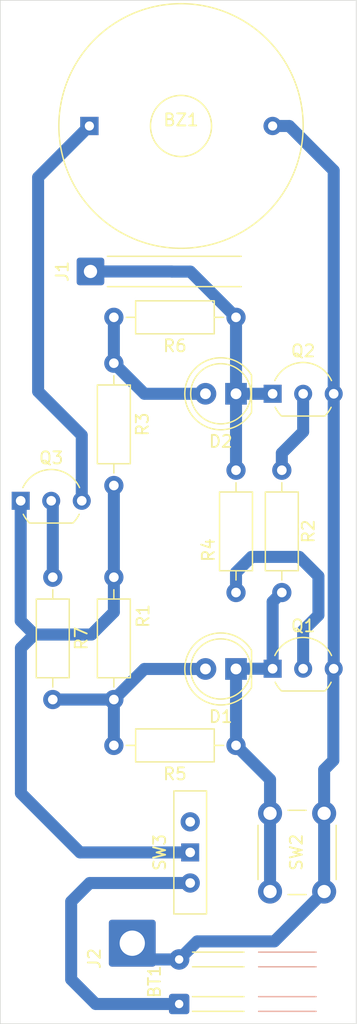
<source format=kicad_pcb>
(kicad_pcb (version 20240108) (generator "pcbnew") (generator_version "8.0")
  (layers (0 "F.Cu" signal) (31 "B.Cu" signal) (34 "B.Paste" user) (35 "F.Paste" user) (36 "B.SilkS" user "B.Silkscreen") (37 "F.SilkS" user "F.Silkscreen") (38 "B.Mask" user) (39 "F.Mask" user) (44 "Edge.Cuts" user))
  (net 0 "")
  (net 1 "Net-(BT1--)")
  (net 2 "Net-(BT1-+)")
  (net 3 "Net-(BZ1-+)")
  (net 4 "Net-(D1-K)")
  (net 5 "Net-(D1-A)")
  (net 6 "Net-(D2-A)")
  (net 7 "Net-(D2-K)")
  (net 8 "Net-(Q1-B)")
  (net 9 "Net-(Q2-B)")
  (net 10 "Net-(Q3-C)")
  (net 11 "Net-(Q3-B)")
  (footprint "Resistor_THT:R_Axial_DIN0207_L6.3mm_D2.5mm_P10.16mm_Horizontal" (layer "F.Cu") (at 120.78 83.84 -90)
    (property "Reference" "R2" (at 5.08 -2.2 90) (layer "F.SilkS"))
    (property "Value" "R")
    (fp_line (start 1.81 1.37) (end 8.35 1.37) (stroke (width 0.12)) (layer "F.SilkS"))
    (fp_line (start 8.35 1.37) (end 8.35 -1.37) (stroke (width 0.12)) (layer "F.SilkS"))
    (fp_line (start 1.04 0) (end 1.81 0) (stroke (width 0.12)) (layer "F.SilkS"))
    (fp_line (start 9.12 0) (end 8.35 0) (stroke (width 0.12)) (layer "F.SilkS"))
    (fp_line (start 1.81 -1.37) (end 1.81 1.37) (stroke (width 0.12)) (layer "F.SilkS"))
    (fp_line (start 8.35 -1.37) (end 1.81 -1.37) (stroke (width 0.12)) (layer "F.SilkS"))
    (pad "1" thru_hole circle (at 0 0 270) (size 1.6 1.6) (drill 0.8) (layers "*.Cu" "*.Mask") (net 9 "Net-(Q2-B)"))
    (pad "2" thru_hole oval (at 10.16 0 270) (size 1.6 1.6) (drill 0.8) (layers "*.Cu" "*.Mask") (net 4 "Net-(D1-K)"))
  )
  (footprint "Resistor_THT:R_Axial_DIN0207_L6.3mm_D2.5mm_P10.16mm_Horizontal" (layer "F.Cu") (at 116.97 71.14 180)
    (property "Reference" "R6" (at 5.08 -2.37 180) (layer "F.SilkS"))
    (property "Value" "R")
    (fp_line (start 9.12 0) (end 8.35 0) (stroke (width 0.12)) (layer "F.SilkS"))
    (fp_line (start 8.35 1.37) (end 8.35 -1.37) (stroke (width 0.12)) (layer "F.SilkS"))
    (fp_line (start 8.35 -1.37) (end 1.81 -1.37) (stroke (width 0.12)) (layer "F.SilkS"))
    (fp_line (start 1.81 1.37) (end 8.35 1.37) (stroke (width 0.12)) (layer "F.SilkS"))
    (fp_line (start 1.81 -1.37) (end 1.81 1.37) (stroke (width 0.12)) (layer "F.SilkS"))
    (fp_line (start 1.04 0) (end 1.81 0) (stroke (width 0.12)) (layer "F.SilkS"))
    (pad "1" thru_hole circle (at 0 0 180) (size 1.6 1.6) (drill 0.8) (layers "*.Cu" "*.Mask") (net 7 "Net-(D2-K)"))
    (pad "2" thru_hole oval (at 10.16 0 180) (size 1.6 1.6) (drill 0.8) (layers "*.Cu" "*.Mask") (net 6 "Net-(D2-A)"))
  )
  (footprint "Package_TO_SOT_THT:TO-92_Inline_Wide" (layer "F.Cu") (at 99.06 86.38)
    (property "Reference" "Q3" (at 2.54 -3.56 0) (layer "F.SilkS"))
    (property "Value" "BC547")
    (fp_line (start 0.74 1.85) (end 4.34 1.85) (stroke (width 0.12)) (layer "F.SilkS"))
    (fp_arc (start 0.1836 -1.098807) (mid 1.143021 -2.192817) (end 2.54 -2.6) (stroke (width 0.12)) (layer "F.SilkS"))
    (fp_arc (start 0.74 1.85) (mid 0.446097 1.509328) (end 0.215816 1.122795) (stroke (width 0.12)) (layer "F.SilkS"))
    (fp_arc (start 2.54 -2.6) (mid 3.936979 -2.192818) (end 4.8964 -1.098807) (stroke (width 0.12)) (layer "F.SilkS"))
    (fp_arc (start 4.864184 1.122795) (mid 4.633903 1.509328) (end 4.34 1.85) (stroke (width 0.12)) (layer "F.SilkS"))
    (pad "1" thru_hole rect (at 0 0) (size 1.5 1.5) (drill 0.8) (layers "*.Cu" "*.Mask") (net 10 "Net-(Q3-C)"))
    (pad "2" thru_hole circle (at 2.54 0) (size 1.5 1.5) (drill 0.8) (layers "*.Cu" "*.Mask") (net 11 "Net-(Q3-B)"))
    (pad "3" thru_hole circle (at 5.08 0) (size 1.5 1.5) (drill 0.8) (layers "*.Cu" "*.Mask") (net 3 "Net-(BZ1-+)"))
  )
  (footprint "Button_Switch_THT:SW_PUSH_6mm" (layer "F.Cu") (at 124.3 112.34 -90)
    (property "Reference" "SW2" (at 3.24 2.31 90) (layer "F.SilkS"))
    (property "Value" "SW_DPST_x2")
    (fp_line (start 1 5.5) (end 5.5 5.5) (stroke (width 0.12)) (layer "F.SilkS"))
    (fp_line (start 6.75 3) (end 6.75 1.5) (stroke (width 0.12)) (layer "F.SilkS"))
    (fp_line (start -0.25 1.5) (end -0.25 3) (stroke (width 0.12)) (layer "F.SilkS"))
    (fp_line (start 5.5 -1) (end 1 -1) (stroke (width 0.12)) (layer "F.SilkS"))
    (pad "1" thru_hole circle (at 0 0) (size 2 2) (drill 1.1) (layers "*.Cu" "*.Mask") (net 1 "Net-(BT1--)"))
    (pad "1" thru_hole circle (at 6.5 0) (size 2 2) (drill 1.1) (layers "*.Cu" "*.Mask") (net 1 "Net-(BT1--)"))
    (pad "2" thru_hole circle (at 0 4.5) (size 2 2) (drill 1.1) (layers "*.Cu" "*.Mask") (net 4 "Net-(D1-K)"))
    (pad "2" thru_hole circle (at 6.5 4.5) (size 2 2) (drill 1.1) (layers "*.Cu" "*.Mask") (net 4 "Net-(D1-K)"))
  )
  (footprint "HTL_Saalfelden:BuzzerP_15,24" (layer "F.Cu") (at 112.395 55.245)
    (property "Reference" "BZ1" (at 0 -0.5 0) (layer "F.SilkS"))
    (property "Value" "Buzzer")
    (fp_circle (center 0 0) (end 2.54 0) (stroke (width 0.12)) (fill none) (layer "F.SilkS"))
    (fp_circle (center 0 0) (end 10.16 0) (stroke (width 0.12)) (fill none) (layer "F.SilkS"))
    (pad "1" thru_hole rect (at -7.62 0) (size 1.524 1.524) (drill 0.762) (layers "*.Cu" "*.Mask") (net 3 "Net-(BZ1-+)"))
    (pad "2" thru_hole circle (at 7.62 0) (size 1.524 1.524) (drill 0.762) (layers "*.Cu" "*.Mask") (net 1 "Net-(BT1--)"))
  )
  (footprint "Resistor_THT:R_Axial_DIN0207_L6.3mm_D2.5mm_P10.16mm_Horizontal" (layer "F.Cu") (at 116.97 106.7 180)
    (property "Reference" "R5" (at 5.08 -2.37 180) (layer "F.SilkS"))
    (property "Value" "R")
    (fp_line (start 9.12 0) (end 8.35 0) (stroke (width 0.12)) (layer "F.SilkS"))
    (fp_line (start 8.35 1.37) (end 8.35 -1.37) (stroke (width 0.12)) (layer "F.SilkS"))
    (fp_line (start 8.35 -1.37) (end 1.81 -1.37) (stroke (width 0.12)) (layer "F.SilkS"))
    (fp_line (start 1.81 1.37) (end 8.35 1.37) (stroke (width 0.12)) (layer "F.SilkS"))
    (fp_line (start 1.81 -1.37) (end 1.81 1.37) (stroke (width 0.12)) (layer "F.SilkS"))
    (fp_line (start 1.04 0) (end 1.81 0) (stroke (width 0.12)) (layer "F.SilkS"))
    (pad "1" thru_hole circle (at 0 0 180) (size 1.6 1.6) (drill 0.8) (layers "*.Cu" "*.Mask") (net 4 "Net-(D1-K)"))
    (pad "2" thru_hole oval (at 10.16 0 180) (size 1.6 1.6) (drill 0.8) (layers "*.Cu" "*.Mask") (net 5 "Net-(D1-A)"))
  )
  (footprint "Package_TO_SOT_THT:TO-92_Inline_Wide" (layer "F.Cu") (at 120.015 77.49)
    (property "Reference" "Q2" (at 2.54 -3.56 0) (layer "F.SilkS"))
    (property "Value" "BC547")
    (fp_line (start 0.74 1.85) (end 4.34 1.85) (stroke (width 0.12)) (layer "F.SilkS"))
    (fp_arc (start 0.1836 -1.098807) (mid 1.143021 -2.192817) (end 2.54 -2.6) (stroke (width 0.12)) (layer "F.SilkS"))
    (fp_arc (start 0.74 1.85) (mid 0.446097 1.509328) (end 0.215816 1.122795) (stroke (width 0.12)) (layer "F.SilkS"))
    (fp_arc (start 2.54 -2.6) (mid 3.936979 -2.192818) (end 4.8964 -1.098807) (stroke (width 0.12)) (layer "F.SilkS"))
    (fp_arc (start 4.864184 1.122795) (mid 4.633903 1.509328) (end 4.34 1.85) (stroke (width 0.12)) (layer "F.SilkS"))
    (pad "1" thru_hole rect (at 0 0) (size 1.5 1.5) (drill 0.8) (layers "*.Cu" "*.Mask") (net 7 "Net-(D2-K)"))
    (pad "2" thru_hole circle (at 2.54 0) (size 1.5 1.5) (drill 0.8) (layers "*.Cu" "*.Mask") (net 9 "Net-(Q2-B)"))
    (pad "3" thru_hole circle (at 5.08 0) (size 1.5 1.5) (drill 0.8) (layers "*.Cu" "*.Mask") (net 1 "Net-(BT1--)"))
  )
  (footprint "Connector_Wire:SolderWire-0.127sqmm_1x02_P3.7mm_D0.48mm_OD1mm_Relief2x" (layer "F.Cu") (at 112.24 128.18 90)
    (property "Reference" "BT1" (at 1.85 -2.05 -90) (layer "F.SilkS"))
    (property "Value" "Battery")
    (fp_line (start 4.31 6.61) (end 4.31 11.39) (stroke (width 0.12)) (layer "B.SilkS"))
    (fp_line (start 3.09 6.61) (end 3.09 11.39) (stroke (width 0.12)) (layer "B.SilkS"))
    (fp_line (start 0.61 6.61) (end 0.61 11.39) (stroke (width 0.12)) (layer "B.SilkS"))
    (fp_line (start -0.61 6.61) (end -0.61 11.39) (stroke (width 0.12)) (layer "B.SilkS"))
    (fp_line (start 4.31 1.11) (end 4.31 5.39) (stroke (width 0.12)) (layer "F.SilkS"))
    (fp_line (start 3.09 1.11) (end 3.09 5.39) (stroke (width 0.12)) (layer "F.SilkS"))
    (fp_line (start 0.61 1.11) (end 0.61 5.39) (stroke (width 0.12)) (layer "F.SilkS"))
    (fp_line (start -0.61 1.11) (end -0.61 5.39) (stroke (width 0.12)) (layer "F.SilkS"))
    (pad "" np_thru_hole circle (at 0 6 90) (size 1.5 1.5) (drill 1.5) (layers "*.Cu" "*.Mask"))
    (pad "" np_thru_hole circle (at 0 12 90) (size 1.5 1.5) (drill 1.5) (layers "*.Cu" "*.Mask"))
    (pad "" np_thru_hole circle (at 3.7 6 90) (size 1.5 1.5) (drill 1.5) (layers "*.Cu" "*.Mask"))
    (pad "" np_thru_hole circle (at 3.7 12 90) (size 1.5 1.5) (drill 1.5) (layers "*.Cu" "*.Mask"))
    (pad "1" thru_hole roundrect (at 0 0 90) (size 1.7 1.7) (drill 0.7) (layers "*.Cu" "*.Mask") (roundrect_rratio 0.147059) (net 2 "Net-(BT1-+)"))
    (pad "2" thru_hole circle (at 3.7 0 90) (size 1.7 1.7) (drill 0.7) (layers "*.Cu" "*.Mask") (net 1 "Net-(BT1--)"))
  )
  (footprint "Resistor_THT:R_Axial_DIN0207_L6.3mm_D2.5mm_P10.16mm_Horizontal" (layer "F.Cu") (at 116.97 83.84 -90)
    (property "Reference" "R4" (at 6.63 2.3 90) (layer "F.SilkS"))
    (property "Value" "R")
    (fp_line (start 1.81 1.37) (end 8.35 1.37) (stroke (width 0.12)) (layer "F.SilkS"))
    (fp_line (start 8.35 1.37) (end 8.35 -1.37) (stroke (width 0.12)) (layer "F.SilkS"))
    (fp_line (start 1.04 0) (end 1.81 0) (stroke (width 0.12)) (layer "F.SilkS"))
    (fp_line (start 9.12 0) (end 8.35 0) (stroke (width 0.12)) (layer "F.SilkS"))
    (fp_line (start 1.81 -1.37) (end 1.81 1.37) (stroke (width 0.12)) (layer "F.SilkS"))
    (fp_line (start 8.35 -1.37) (end 1.81 -1.37) (stroke (width 0.12)) (layer "F.SilkS"))
    (pad "1" thru_hole circle (at 0 0 270) (size 1.6 1.6) (drill 0.8) (layers "*.Cu" "*.Mask") (net 7 "Net-(D2-K)"))
    (pad "2" thru_hole oval (at 10.16 0 270) (size 1.6 1.6) (drill 0.8) (layers "*.Cu" "*.Mask") (net 8 "Net-(Q1-B)"))
  )
  (footprint "Resistor_THT:R_Axial_DIN0207_L6.3mm_D2.5mm_P10.16mm_Horizontal" (layer "F.Cu") (at 106.81 102.89 90)
    (property "Reference" "R1" (at 6.94 2.43 -90) (layer "F.SilkS"))
    (property "Value" "R")
    (fp_line (start 8.35 -1.37) (end 1.81 -1.37) (stroke (width 0.12)) (layer "F.SilkS"))
    (fp_line (start 1.81 -1.37) (end 1.81 1.37) (stroke (width 0.12)) (layer "F.SilkS"))
    (fp_line (start 9.12 0) (end 8.35 0) (stroke (width 0.12)) (layer "F.SilkS"))
    (fp_line (start 1.04 0) (end 1.81 0) (stroke (width 0.12)) (layer "F.SilkS"))
    (fp_line (start 8.35 1.37) (end 8.35 -1.37) (stroke (width 0.12)) (layer "F.SilkS"))
    (fp_line (start 1.81 1.37) (end 8.35 1.37) (stroke (width 0.12)) (layer "F.SilkS"))
    (pad "1" thru_hole circle (at 0 0 90) (size 1.6 1.6) (drill 0.8) (layers "*.Cu" "*.Mask") (net 5 "Net-(D1-A)"))
    (pad "2" thru_hole oval (at 10.16 0 90) (size 1.6 1.6) (drill 0.8) (layers "*.Cu" "*.Mask") (net 10 "Net-(Q3-C)"))
  )
  (footprint "Button_Switch_THT:SW_Slide-03_Wuerth-WS-SLTV_10x2.5x6.4_P2.54mm" (layer "F.Cu") (at 113.16 115.59 90)
    (property "Reference" "SW3" (at 0 -2.54 -90) (layer "F.SilkS"))
    (property "Value" "SW_SPDT_321")
    (fp_rect (start -5.11 -1.36) (end 5.11 1.36) (stroke (width 0.12)) (fill none) (layer "F.SilkS"))
    (pad "1" thru_hole rect (at 0 0 90) (size 1.5 1.5) (drill 0.8) (layers "*.Cu" "*.Mask") (net 10 "Net-(Q3-C)"))
    (pad "2" thru_hole circle (at -2.54 0 90) (size 1.6 1.6) (drill 0.8) (layers "*.Cu" "*.Mask") (net 2 "Net-(BT1-+)"))
    (pad "3" thru_hole circle (at 2.54 0 90) (size 1.6 1.6) (drill 0.8) (layers "*.Cu" "*.Mask"))
  )
  (footprint "Connector_Wire:SolderWire-0.5sqmm_1x01_D0.9mm_OD2.3mm_Relief" (layer "F.Cu") (at 104.865 67.33 90)
    (property "Reference" "J1" (at 0 -2.35 -90) (layer "F.SilkS"))
    (property "Value" "Pen")
    (fp_line (start 1.26 1.41) (end 1.26 12.54) (stroke (width 0.12)) (layer "F.SilkS"))
    (fp_line (start -1.26 1.41) (end -1.26 12.54) (stroke (width 0.12)) (layer "F.SilkS"))
    (pad "" np_thru_hole circle (at 0 13.8 90) (size 2.8 2.8) (drill 2.8) (layers "*.Cu" "*.Mask"))
    (pad "1" thru_hole roundrect (at 0 0 90) (size 2.3 2.3) (drill 1.1) (layers "*.Cu" "*.Mask") (roundrect_rratio 0.108696) (net 7 "Net-(D2-K)"))
  )
  (footprint "LED_THT:LED_D5.0mm" (layer "F.Cu") (at 116.97 77.49 180)
    (property "Reference" "D2" (at 1.27 -3.96 180) (layer "F.SilkS"))
    (property "Value" "LED")
    (fp_line (start -1.29 -1.545) (end -1.29 1.545) (stroke (width 0.12)) (layer "F.SilkS"))
    (fp_arc (start 4.26 -0.000462) (mid 2.072002 2.880433) (end -1.29 1.54483) (stroke (width 0.12)) (layer "F.SilkS"))
    (fp_arc (start -1.29 -1.54483) (mid 2.072002 -2.880433) (end 4.26 0.000462) (stroke (width 0.12)) (layer "F.SilkS"))
    (fp_circle (center 1.27 0) (end 3.77 0) (stroke (width 0.12)) (fill none) (layer "F.SilkS"))
    (pad "1" thru_hole rect (at 0 0 180) (size 1.8 1.8) (drill 0.9) (layers "*.Cu" "*.Mask") (net 7 "Net-(D2-K)"))
    (pad "2" thru_hole circle (at 2.54 0 180) (size 1.8 1.8) (drill 0.9) (layers "*.Cu" "*.Mask") (net 6 "Net-(D2-A)"))
  )
  (footprint "Connector_Wire:SolderWire-1.5sqmm_1x01_D1.7mm_OD3.9mm" (layer "F.Cu") (at 108.34 123.13 90)
    (property "Reference" "J2" (at -1.27 -3.15 -90) (layer "F.SilkS"))
    (property "Value" "Track")
    (pad "1" thru_hole roundrect (at 0 0 90) (size 3.9 3.9) (drill 2.1) (layers "*.Cu" "*.Mask") (roundrect_rratio 0.064103) (net 1 "Net-(BT1--)"))
  )
  (footprint "Package_TO_SOT_THT:TO-92_Inline_Wide" (layer "F.Cu") (at 120.015 100.33)
    (property "Reference" "Q1" (at 2.54 -3.56 0) (layer "F.SilkS"))
    (property "Value" "BC547")
    (fp_line (start 0.74 1.85) (end 4.34 1.85) (stroke (width 0.12)) (layer "F.SilkS"))
    (fp_arc (start 0.1836 -1.098807) (mid 1.143021 -2.192817) (end 2.54 -2.6) (stroke (width 0.12)) (layer "F.SilkS"))
    (fp_arc (start 0.74 1.85) (mid 0.446097 1.509328) (end 0.215816 1.122795) (stroke (width 0.12)) (layer "F.SilkS"))
    (fp_arc (start 2.54 -2.6) (mid 3.936979 -2.192818) (end 4.8964 -1.098807) (stroke (width 0.12)) (layer "F.SilkS"))
    (fp_arc (start 4.864184 1.122795) (mid 4.633903 1.509328) (end 4.34 1.85) (stroke (width 0.12)) (layer "F.SilkS"))
    (pad "1" thru_hole rect (at 0 0) (size 1.5 1.5) (drill 0.8) (layers "*.Cu" "*.Mask") (net 4 "Net-(D1-K)"))
    (pad "2" thru_hole circle (at 2.54 0) (size 1.5 1.5) (drill 0.8) (layers "*.Cu" "*.Mask") (net 8 "Net-(Q1-B)"))
    (pad "3" thru_hole circle (at 5.08 0) (size 1.5 1.5) (drill 0.8) (layers "*.Cu" "*.Mask") (net 1 "Net-(BT1--)"))
  )
  (footprint "LED_THT:LED_D5.0mm" (layer "F.Cu") (at 116.97 100.35 180)
    (property "Reference" "D1" (at 1.27 -3.96 180) (layer "F.SilkS"))
    (property "Value" "LED")
    (fp_line (start -1.29 -1.545) (end -1.29 1.545) (stroke (width 0.12)) (layer "F.SilkS"))
    (fp_arc (start 4.26 -0.000462) (mid 2.072002 2.880433) (end -1.29 1.54483) (stroke (width 0.12)) (layer "F.SilkS"))
    (fp_arc (start -1.29 -1.54483) (mid 2.072002 -2.880433) (end 4.26 0.000462) (stroke (width 0.12)) (layer "F.SilkS"))
    (fp_circle (center 1.27 0) (end 3.77 0) (stroke (width 0.12)) (fill none) (layer "F.SilkS"))
    (pad "1" thru_hole rect (at 0 0 180) (size 1.8 1.8) (drill 0.9) (layers "*.Cu" "*.Mask") (net 4 "Net-(D1-K)"))
    (pad "2" thru_hole circle (at 2.54 0 180) (size 1.8 1.8) (drill 0.9) (layers "*.Cu" "*.Mask") (net 5 "Net-(D1-A)"))
  )
  (footprint "Resistor_THT:R_Axial_DIN0207_L6.3mm_D2.5mm_P10.16mm_Horizontal" (layer "F.Cu") (at 101.73 92.73 -90)
    (property "Reference" "R7" (at 5.08 -2.37 90) (layer "F.SilkS"))
    (property "Value" "R")
    (fp_line (start 1.81 1.37) (end 8.35 1.37) (stroke (width 0.12)) (layer "F.SilkS"))
    (fp_line (start 8.35 1.37) (end 8.35 -1.37) (stroke (width 0.12)) (layer "F.SilkS"))
    (fp_line (start 1.04 0) (end 1.81 0) (stroke (width 0.12)) (layer "F.SilkS"))
    (fp_line (start 9.12 0) (end 8.35 0) (stroke (width 0.12)) (layer "F.SilkS"))
    (fp_line (start 1.81 -1.37) (end 1.81 1.37) (stroke (width 0.12)) (layer "F.SilkS"))
    (fp_line (start 8.35 -1.37) (end 1.81 -1.37) (stroke (width 0.12)) (layer "F.SilkS"))
    (pad "1" thru_hole circle (at 0 0 270) (size 1.6 1.6) (drill 0.8) (layers "*.Cu" "*.Mask") (net 11 "Net-(Q3-B)"))
    (pad "2" thru_hole oval (at 10.16 0 270) (size 1.6 1.6) (drill 0.8) (layers "*.Cu" "*.Mask") (net 5 "Net-(D1-A)"))
  )
  (footprint "Resistor_THT:R_Axial_DIN0207_L6.3mm_D2.5mm_P10.16mm_Horizontal" (layer "F.Cu") (at 106.81 74.95 -90)
    (property "Reference" "R3" (at 5.08 -2.37 90) (layer "F.SilkS"))
    (property "Value" "R")
    (fp_line (start 1.81 1.37) (end 8.35 1.37) (stroke (width 0.12)) (layer "F.SilkS"))
    (fp_line (start 8.35 1.37) (end 8.35 -1.37) (stroke (width 0.12)) (layer "F.SilkS"))
    (fp_line (start 1.04 0) (end 1.81 0) (stroke (width 0.12)) (layer "F.SilkS"))
    (fp_line (start 9.12 0) (end 8.35 0) (stroke (width 0.12)) (layer "F.SilkS"))
    (fp_line (start 1.81 -1.37) (end 1.81 1.37) (stroke (width 0.12)) (layer "F.SilkS"))
    (fp_line (start 8.35 -1.37) (end 1.81 -1.37) (stroke (width 0.12)) (layer "F.SilkS"))
    (pad "1" thru_hole circle (at 0 0 270) (size 1.6 1.6) (drill 0.8) (layers "*.Cu" "*.Mask") (net 6 "Net-(D2-A)"))
    (pad "2" thru_hole oval (at 10.16 0 270) (size 1.6 1.6) (drill 0.8) (layers "*.Cu" "*.Mask") (net 10 "Net-(Q3-C)"))
  )
  (gr_rect (start 97.365 44.805) (end 126.97 129.82) (stroke (width 0.05)) (fill none) (layer "Edge.Cuts"))
  (segment (start 124.3 112.34) (end 124.59 112.05) (width 1) (layer "B.Cu") (net 1))
  (segment (start 124.3 112.34) (end 124.3 108.715) (width 1) (layer "B.Cu") (net 1))
  (segment (start 113.74 122.98) (end 120.16 122.98) (width 1) (layer "B.Cu") (net 1))
  (segment (start 125.095 58.945) (end 121.395 55.245) (width 1) (layer "B.Cu") (net 1))
  (segment (start 125.065 107.95) (end 125.065 100.33) (width 1) (layer "B.Cu") (net 1))
  (segment (start 125.095 77.49) (end 125.095 58.945) (width 1) (layer "B.Cu") (net 1))
  (segment (start 120.16 122.98) (end 124.3 118.84) (width 1) (layer "B.Cu") (net 1))
  (segment (start 125.095 77.49) (end 125.095 100.33) (width 1) (layer "B.Cu") (net 1))
  (segment (start 124.3 118.84) (end 124.3 112.34) (width 1) (layer "B.Cu") (net 1))
  (segment (start 124.3 108.715) (end 125.065 107.95) (width 1) (layer "B.Cu") (net 1))
  (segment (start 112.24 124.48) (end 109.69 124.48) (width 1) (layer "B.Cu") (net 1))
  (segment (start 109.69 124.48) (end 108.34 123.13) (width 1) (layer "B.Cu") (net 1))
  (segment (start 121.395 55.245) (end 120.015 55.245) (width 1) (layer "B.Cu") (net 1))
  (segment (start 112.24 124.48) (end 113.74 122.98) (width 1) (layer "B.Cu") (net 1))
  (segment (start 112.24 128.18) (end 105.3 128.18) (width 1) (layer "B.Cu") (net 2))
  (segment (start 104.8 118.13) (end 113.16 118.13) (width 1) (layer "B.Cu") (net 2))
  (segment (start 105.3 128.18) (end 103.26 126.14) (width 1) (layer "B.Cu") (net 2))
  (segment (start 103.26 119.67) (end 104.8 118.13) (width 1) (layer "B.Cu") (net 2))
  (segment (start 103.26 126.14) (end 103.26 119.67) (width 1) (layer "B.Cu") (net 2))
  (segment (start 104.14 80.93) (end 100.51 77.3) (width 1) (layer "B.Cu") (net 3))
  (segment (start 100.51 77.3) (end 100.51 59.51) (width 1) (layer "B.Cu") (net 3))
  (segment (start 100.51 59.51) (end 104.775 55.245) (width 1) (layer "B.Cu") (net 3))
  (segment (start 104.14 86.38) (end 104.14 80.93) (width 1) (layer "B.Cu") (net 3))
  (segment (start 119.8 112.34) (end 119.8 118.84) (width 1) (layer "B.Cu") (net 4))
  (segment (start 120.015 100.33) (end 120.015 94.765) (width 1) (layer "B.Cu") (net 4))
  (segment (start 116.99 100.33) (end 116.97 100.35) (width 1) (layer "B.Cu") (net 4))
  (segment (start 119.8 112.34) (end 119.8 109.53) (width 1) (layer "B.Cu") (net 4))
  (segment (start 120.015 100.33) (end 116.99 100.33) (width 1) (layer "B.Cu") (net 4))
  (segment (start 120.015 94.765) (end 120.78 94) (width 1) (layer "B.Cu") (net 4))
  (segment (start 119.8 109.53) (end 116.97 106.7) (width 1) (layer "B.Cu") (net 4))
  (segment (start 116.97 106.7) (end 116.97 100.35) (width 1) (layer "B.Cu") (net 4))
  (segment (start 106.81 102.89) (end 106.81 106.7) (width 1) (layer "B.Cu") (net 5))
  (segment (start 114.43 100.35) (end 109.35 100.35) (width 1) (layer "B.Cu") (net 5))
  (segment (start 109.35 100.35) (end 106.81 102.89) (width 1) (layer "B.Cu") (net 5))
  (segment (start 101.73 102.89) (end 106.81 102.89) (width 1) (layer "B.Cu") (net 5))
  (segment (start 114.43 77.49) (end 109.35 77.49) (width 1) (layer "B.Cu") (net 6))
  (segment (start 109.35 77.49) (end 106.81 74.95) (width 1) (layer "B.Cu") (net 6))
  (segment (start 106.81 71.14) (end 106.81 74.95) (width 1) (layer "B.Cu") (net 6))
  (segment (start 113.17 67.34) (end 111.63 67.34) (width 1) (layer "B.Cu") (net 7))
  (segment (start 111.62 67.33) (end 104.865 67.33) (width 1) (layer "B.Cu") (net 7))
  (segment (start 116.97 71.14) (end 113.17 67.34) (width 1) (layer "B.Cu") (net 7))
  (segment (start 120.015 77.49) (end 116.97 77.49) (width 1) (layer "B.Cu") (net 7))
  (segment (start 111.63 67.34) (end 111.62 67.33) (width 1) (layer "B.Cu") (net 7))
  (segment (start 116.97 83.84) (end 116.97 77.49) (width 1) (layer "B.Cu") (net 7))
  (segment (start 116.97 77.49) (end 116.97 71.14) (width 1) (layer "B.Cu") (net 7))
  (segment (start 116.97 92.33) (end 116.97 94) (width 1) (layer "B.Cu") (net 8))
  (segment (start 122.555 97.155) (end 123.825 95.885) (width 1) (layer "B.Cu") (net 8))
  (segment (start 123.825 92.64) (end 123.825 95.885) (width 1) (layer "B.Cu") (net 8))
  (segment (start 118.26 91.04) (end 122.225 91.04) (width 1) (layer "B.Cu") (net 8))
  (segment (start 122.225 91.04) (end 123.825 92.64) (width 1) (layer "B.Cu") (net 8))
  (segment (start 122.555 100.33) (end 122.555 97.155) (width 1) (layer "B.Cu") (net 8))
  (segment (start 118.26 91.04) (end 116.97 92.33) (width 1) (layer "B.Cu") (net 8))
  (segment (start 120.78 82.42) (end 122.555 80.645) (width 1) (layer "B.Cu") (net 9))
  (segment (start 120.78 83.84) (end 120.78 82.42) (width 1) (layer "B.Cu") (net 9))
  (segment (start 122.555 80.645) (end 122.555 77.49) (width 1) (layer "B.Cu") (net 9))
  (segment (start 104 115.59) (end 99.08 110.67) (width 1) (layer "B.Cu") (net 10))
  (segment (start 99.08 110.67) (end 99.08 98.61) (width 1) (layer "B.Cu") (net 10))
  (segment (start 104.95 97.49) (end 106.81 95.63) (width 1) (layer "B.Cu") (net 10))
  (segment (start 113.16 115.59) (end 104 115.59) (width 1) (layer "B.Cu") (net 10))
  (segment (start 99.06 86.38) (end 99.06 96.35) (width 1) (layer "B.Cu") (net 10))
  (segment (start 99.08 98.61) (end 100.2 97.49) (width 1) (layer "B.Cu") (net 10))
  (segment (start 106.81 95.63) (end 106.81 92.73) (width 1) (layer "B.Cu") (net 10))
  (segment (start 106.81 85.11) (end 106.81 92.73) (width 1) (layer "B.Cu") (net 10))
  (segment (start 100.2 97.49) (end 104.95 97.49) (width 1) (layer "B.Cu") (net 10))
  (segment (start 99.06 96.35) (end 100.2 97.49) (width 1) (layer "B.Cu") (net 10))
  (segment (start 101.73 92.73) (end 101.73 86.51) (width 1) (layer "B.Cu") (net 11))
  (segment (start 101.73 86.51) (end 101.6 86.38) (width 1) (layer "B.Cu") (net 11))
)
</source>
